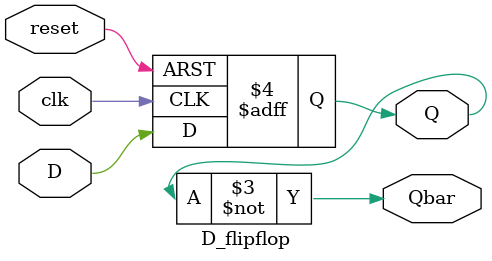
<source format=sv>
module D_flipflop(input wire D,
                  input wire clk,
                  input wire reset,
                  output reg Q,
                  output wire Qbar
                 );
  always@(negedge clk, negedge reset)
    begin
      if(~reset)
        Q<=0;
      else begin
        Q<=D;
        end
    end
assign Qbar=~Q;
endmodule
</source>
